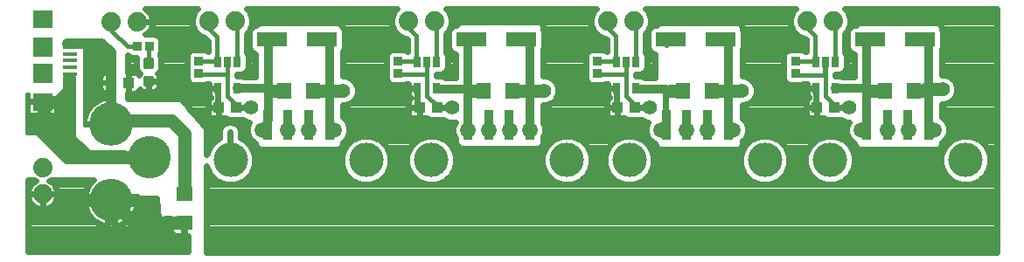
<source format=gtl>
G75*
G70*
%OFA0B0*%
%FSLAX24Y24*%
%IPPOS*%
%LPD*%
%AMOC8*
5,1,8,0,0,1.08239X$1,22.5*
%
%ADD10C,0.1310*%
%ADD11R,0.0354X0.1181*%
%ADD12C,0.1660*%
%ADD13C,0.1620*%
%ADD14R,0.0433X0.0394*%
%ADD15R,0.0630X0.0551*%
%ADD16R,0.0272X0.0390*%
%ADD17R,0.0551X0.0138*%
%ADD18R,0.0748X0.0709*%
%ADD19R,0.0748X0.0748*%
%ADD20R,0.0354X0.0335*%
%ADD21R,0.1181X0.0551*%
%ADD22R,0.0551X0.0630*%
%ADD23C,0.0740*%
%ADD24C,0.0118*%
%ADD25R,0.0335X0.0354*%
%ADD26C,0.0500*%
%ADD27C,0.0240*%
%ADD28C,0.0320*%
%ADD29C,0.0160*%
%ADD30C,0.0560*%
%ADD31C,0.0591*%
%ADD32C,0.0400*%
%ADD33C,0.0120*%
D10*
X008715Y004600D03*
X013885Y004600D03*
X016365Y004600D03*
X021535Y004600D03*
X023915Y004600D03*
X029085Y004600D03*
X031565Y004600D03*
X036735Y004600D03*
D11*
X035331Y005958D03*
X034544Y005958D03*
X033756Y005958D03*
X032969Y005958D03*
X027681Y005958D03*
X026894Y005958D03*
X026106Y005958D03*
X025319Y005958D03*
X020131Y005958D03*
X019344Y005958D03*
X018556Y005958D03*
X017769Y005958D03*
X012481Y005958D03*
X011694Y005958D03*
X010906Y005958D03*
X010119Y005958D03*
D12*
X004150Y005964D03*
D13*
X005631Y004713D03*
X004160Y003081D03*
D14*
X008265Y006600D03*
X008935Y006600D03*
X004835Y007550D03*
X004165Y007550D03*
X015915Y006600D03*
X016585Y006600D03*
X023465Y006600D03*
X024135Y006600D03*
X031065Y006600D03*
X031735Y006600D03*
D15*
X006950Y003301D03*
X006950Y002199D03*
D16*
X008226Y007338D03*
X008974Y007338D03*
X008974Y008358D03*
X008600Y008358D03*
X008226Y008358D03*
X015826Y008358D03*
X016200Y008358D03*
X016574Y008358D03*
X016574Y007338D03*
X015826Y007338D03*
X023426Y007338D03*
X024174Y007338D03*
X024174Y008358D03*
X023800Y008358D03*
X023426Y008358D03*
X031026Y008358D03*
X031400Y008358D03*
X031774Y008358D03*
X031774Y007338D03*
X031026Y007338D03*
D17*
X002593Y007888D03*
X002593Y008144D03*
X002593Y008400D03*
X002593Y008656D03*
X002593Y008912D03*
D18*
X001550Y009975D03*
X001550Y006825D03*
D19*
X001550Y007900D03*
X001550Y008900D03*
D20*
X007500Y008378D03*
X007500Y007922D03*
X015100Y007922D03*
X015100Y008378D03*
X022700Y008378D03*
X022700Y007922D03*
X030250Y007922D03*
X030250Y008378D03*
D21*
X027395Y009200D03*
X025505Y009200D03*
X019795Y009200D03*
X017905Y009200D03*
X012195Y009200D03*
X010305Y009200D03*
X033105Y009200D03*
X034995Y009200D03*
D22*
X034751Y007250D03*
X033649Y007250D03*
X027051Y007250D03*
X025949Y007250D03*
X019451Y007250D03*
X018349Y007250D03*
X011851Y007250D03*
X010749Y007250D03*
D23*
X008900Y009900D03*
X007900Y009900D03*
X005170Y009880D03*
X004170Y009880D03*
X015500Y009900D03*
X016500Y009900D03*
X023100Y009900D03*
X024100Y009900D03*
X030700Y009900D03*
X031700Y009900D03*
X001550Y004300D03*
X001550Y003300D03*
D24*
X005462Y007467D02*
X005738Y007467D01*
X005462Y007467D02*
X005462Y007743D01*
X005738Y007743D01*
X005738Y007467D01*
X005738Y007584D02*
X005462Y007584D01*
X005462Y007701D02*
X005738Y007701D01*
X005738Y008157D02*
X005462Y008157D01*
X005462Y008433D01*
X005738Y008433D01*
X005738Y008157D01*
X005738Y008274D02*
X005462Y008274D01*
X005462Y008391D02*
X005738Y008391D01*
D25*
X005628Y008950D03*
X005172Y008950D03*
D26*
X002550Y007700D02*
X002550Y007250D01*
X002125Y006825D01*
X001550Y006825D01*
X001600Y006775D02*
X001600Y005600D01*
X002487Y004713D01*
X005631Y004713D01*
X006950Y005600D02*
X006950Y003301D01*
X005043Y002199D02*
X004160Y003081D01*
X005043Y002199D02*
X006950Y002199D01*
X006950Y005600D02*
X006450Y006100D01*
X004286Y006100D01*
X004150Y005964D01*
X010350Y007250D02*
X010749Y007250D01*
X011851Y007250D02*
X012300Y007250D01*
X012500Y007250D02*
X013000Y007250D01*
X017950Y007250D02*
X018349Y007250D01*
X019451Y007250D02*
X019950Y007250D01*
X020100Y007250D02*
X020650Y007250D01*
X025500Y007250D02*
X025949Y007250D01*
X027051Y007250D02*
X027500Y007250D01*
X028200Y007250D01*
X033200Y007250D02*
X033649Y007250D01*
X034751Y007250D02*
X035150Y007250D01*
X035200Y007300D02*
X035850Y007300D01*
D27*
X000980Y003850D02*
X000980Y001100D01*
X007100Y001100D01*
X007100Y001723D01*
X006968Y001723D01*
X006968Y002181D01*
X006932Y002181D01*
X006435Y002181D01*
X006435Y001897D01*
X006449Y001846D01*
X006475Y001800D01*
X006512Y001763D01*
X006558Y001737D01*
X006609Y001723D01*
X006932Y001723D01*
X006932Y002181D01*
X006932Y002217D01*
X006435Y002217D01*
X006435Y002371D01*
X005950Y002350D01*
X005900Y003150D01*
X005200Y003150D01*
X005156Y003201D01*
X004280Y003201D01*
X004280Y002961D01*
X004280Y002079D01*
X004329Y002084D01*
X004440Y002109D01*
X004547Y002147D01*
X004649Y002196D01*
X004745Y002256D01*
X004834Y002327D01*
X004914Y002407D01*
X004985Y002496D01*
X005045Y002592D01*
X005095Y002694D01*
X005132Y002801D01*
X005157Y002912D01*
X005163Y002961D01*
X004280Y002961D01*
X004040Y002961D01*
X004040Y002079D01*
X003991Y002084D01*
X003880Y002109D01*
X003773Y002147D01*
X003671Y002196D01*
X003575Y002256D01*
X003486Y002327D01*
X003406Y002407D01*
X003335Y002496D01*
X003275Y002592D01*
X003225Y002694D01*
X003188Y002801D01*
X003163Y002912D01*
X003157Y002961D01*
X004040Y002961D01*
X004040Y003201D01*
X003157Y003201D01*
X003163Y003251D01*
X003188Y003362D01*
X003225Y003469D01*
X003275Y003571D01*
X003335Y003667D01*
X003406Y003756D01*
X003486Y003836D01*
X003504Y003850D01*
X001878Y003850D01*
X001862Y003834D01*
X001804Y003810D01*
X001849Y003788D01*
X001921Y003735D01*
X001985Y003671D01*
X002038Y003599D01*
X002078Y003519D01*
X002106Y003433D01*
X002120Y003345D01*
X002120Y003300D01*
X001550Y003300D01*
X001550Y003300D01*
X001550Y003300D01*
X000980Y003300D01*
X000980Y003345D01*
X000994Y003433D01*
X001022Y003519D01*
X001062Y003599D01*
X001115Y003671D01*
X001179Y003735D01*
X001251Y003788D01*
X001296Y003810D01*
X001238Y003834D01*
X001222Y003850D01*
X000980Y003850D01*
X000980Y003662D02*
X001108Y003662D01*
X000992Y003424D02*
X000980Y003424D01*
X000980Y003300D02*
X000980Y003255D01*
X000994Y003167D01*
X001022Y003081D01*
X001062Y003001D01*
X001115Y002929D01*
X001179Y002865D01*
X001251Y002812D01*
X001331Y002772D01*
X001417Y002744D01*
X001505Y002730D01*
X001550Y002730D01*
X001595Y002730D01*
X001683Y002744D01*
X001769Y002772D01*
X001849Y002812D01*
X001921Y002865D01*
X001985Y002929D01*
X002038Y003001D01*
X002078Y003081D01*
X002106Y003167D01*
X002120Y003255D01*
X002120Y003300D01*
X001550Y003300D01*
X001550Y002730D01*
X001550Y003300D01*
X001550Y003300D01*
X000980Y003300D01*
X000980Y003185D02*
X000991Y003185D01*
X000980Y002947D02*
X001102Y002947D01*
X000980Y002708D02*
X003221Y002708D01*
X003159Y002947D02*
X001998Y002947D01*
X001550Y002947D02*
X001550Y002947D01*
X001550Y003185D02*
X001550Y003185D01*
X002109Y003185D02*
X004040Y003185D01*
X004280Y003185D02*
X005170Y003185D01*
X005161Y002947D02*
X005913Y002947D01*
X005928Y002708D02*
X005099Y002708D01*
X004280Y002708D02*
X004040Y002708D01*
X004040Y002947D02*
X004280Y002947D01*
X003210Y003424D02*
X002108Y003424D01*
X001992Y003662D02*
X003332Y003662D01*
X003356Y002470D02*
X000980Y002470D01*
X000980Y002231D02*
X003615Y002231D01*
X004040Y002231D02*
X004280Y002231D01*
X004705Y002231D02*
X006435Y002231D01*
X006435Y001993D02*
X000980Y001993D01*
X000980Y001754D02*
X006528Y001754D01*
X006932Y001754D02*
X006968Y001754D01*
X006968Y001993D02*
X006932Y001993D01*
X007800Y001993D02*
X037932Y001993D01*
X037932Y002231D02*
X007800Y002231D01*
X007800Y002470D02*
X037932Y002470D01*
X037932Y002708D02*
X007800Y002708D01*
X007800Y002947D02*
X037932Y002947D01*
X037932Y003185D02*
X007800Y003185D01*
X007800Y003424D02*
X037932Y003424D01*
X037932Y003662D02*
X007800Y003662D01*
X008191Y003816D02*
X008531Y003675D01*
X008899Y003675D01*
X009239Y003816D01*
X009499Y004076D01*
X009640Y004416D01*
X009640Y004784D01*
X009499Y005124D01*
X009239Y005384D01*
X009090Y005446D01*
X009090Y005741D01*
X009031Y005884D01*
X008921Y005994D01*
X008778Y006053D01*
X008622Y006053D01*
X008479Y005994D01*
X008369Y005884D01*
X008310Y005741D01*
X008310Y005433D01*
X008191Y005384D01*
X007931Y005124D01*
X007800Y004808D01*
X007800Y005800D01*
X006850Y006900D01*
X006850Y006950D01*
X004800Y006950D01*
X004798Y007153D01*
X004835Y007153D01*
X005078Y007153D01*
X005128Y007167D01*
X005174Y007193D01*
X005211Y007230D01*
X005238Y007276D01*
X005249Y007319D01*
X005261Y007302D01*
X005297Y007266D01*
X005339Y007237D01*
X005387Y007218D01*
X005437Y007208D01*
X005600Y007208D01*
X005763Y007208D01*
X005813Y007218D01*
X005861Y007237D01*
X005903Y007266D01*
X005939Y007302D01*
X005967Y007344D01*
X005987Y007391D01*
X005997Y007441D01*
X005997Y007605D01*
X005997Y007768D01*
X005987Y007818D01*
X005967Y007865D01*
X005945Y007899D01*
X006017Y007971D01*
X006067Y008092D01*
X006067Y008499D01*
X006019Y008614D01*
X006025Y008620D01*
X006066Y008719D01*
X006066Y009181D01*
X006025Y009280D01*
X005949Y009356D01*
X005849Y009397D01*
X005475Y009397D01*
X005541Y009445D01*
X005605Y009509D01*
X005658Y009581D01*
X005698Y009661D01*
X005726Y009747D01*
X005740Y009835D01*
X005740Y009880D01*
X005740Y009925D01*
X005726Y010013D01*
X005698Y010099D01*
X005658Y010179D01*
X005605Y010251D01*
X005541Y010315D01*
X005469Y010368D01*
X005459Y010373D01*
X007467Y010373D01*
X007357Y010263D01*
X007260Y010027D01*
X007260Y009773D01*
X007357Y009537D01*
X007537Y009357D01*
X007725Y009280D01*
X007850Y009155D01*
X007850Y008755D01*
X007830Y008775D01*
X007731Y008816D01*
X007269Y008816D01*
X007170Y008775D01*
X007094Y008699D01*
X007053Y008599D01*
X007053Y008157D01*
X007056Y008150D01*
X007053Y008143D01*
X007053Y007701D01*
X007094Y007601D01*
X007170Y007525D01*
X007269Y007484D01*
X007731Y007484D01*
X007821Y007522D01*
X007890Y007522D01*
X007890Y007338D01*
X007890Y007117D01*
X007904Y007066D01*
X007930Y007021D01*
X007967Y006983D01*
X007970Y006982D01*
X007926Y006957D01*
X007889Y006920D01*
X007862Y006874D01*
X007849Y006823D01*
X007849Y006600D01*
X007849Y006377D01*
X007862Y006326D01*
X007889Y006280D01*
X007926Y006243D01*
X007972Y006217D01*
X008022Y006203D01*
X008265Y006203D01*
X008265Y006600D01*
X007849Y006600D01*
X008265Y006600D01*
X008265Y006600D01*
X008265Y006600D01*
X008226Y006700D01*
X008226Y007338D01*
X007890Y007338D01*
X008226Y007338D01*
X008226Y007338D01*
X007890Y007240D02*
X005864Y007240D01*
X005600Y007240D02*
X005600Y007240D01*
X005600Y007208D02*
X005600Y007605D01*
X005997Y007605D01*
X005600Y007605D01*
X005600Y007605D01*
X005600Y007605D01*
X005600Y007208D01*
X005336Y007240D02*
X005217Y007240D01*
X004835Y007240D02*
X004835Y007240D01*
X004835Y007153D02*
X004835Y007550D01*
X004835Y007550D01*
X004835Y007947D01*
X005078Y007947D01*
X005128Y007933D01*
X005174Y007907D01*
X005211Y007870D01*
X005225Y007846D01*
X005233Y007865D01*
X005255Y007899D01*
X005183Y007971D01*
X005133Y008092D01*
X005133Y008499D01*
X005135Y008503D01*
X004951Y008503D01*
X004851Y008544D01*
X004796Y008599D01*
X004786Y008599D01*
X004792Y007947D01*
X004835Y007947D01*
X004835Y007550D01*
X004835Y007550D01*
X004835Y007153D01*
X004800Y007001D02*
X007950Y007001D01*
X007849Y006763D02*
X006969Y006763D01*
X007175Y006524D02*
X007849Y006524D01*
X008265Y006524D02*
X008265Y006524D01*
X008265Y006600D02*
X008265Y006203D01*
X008508Y006203D01*
X008530Y006209D01*
X008565Y006174D01*
X008664Y006133D01*
X009190Y006133D01*
X009391Y006050D01*
X009431Y006050D01*
X009358Y005872D01*
X009358Y005648D01*
X009444Y005440D01*
X009603Y005281D01*
X009660Y005257D01*
X009660Y005202D01*
X009697Y005114D01*
X009764Y005047D01*
X009852Y005010D01*
X012798Y005010D01*
X012886Y005047D01*
X012953Y005114D01*
X012990Y005202D01*
X012990Y005278D01*
X012997Y005281D01*
X013156Y005440D01*
X013242Y005648D01*
X013242Y005872D01*
X013156Y006080D01*
X012997Y006239D01*
X012990Y006242D01*
X012990Y006700D01*
X013109Y006700D01*
X013312Y006784D01*
X013466Y006938D01*
X013550Y007141D01*
X013550Y007359D01*
X013466Y007562D01*
X013312Y007716D01*
X013109Y007800D01*
X012990Y007800D01*
X012990Y008747D01*
X013014Y008771D01*
X013055Y008871D01*
X013055Y009529D01*
X013014Y009629D01*
X012986Y009656D01*
X012953Y009736D01*
X012886Y009803D01*
X012798Y009840D01*
X009852Y009840D01*
X009764Y009803D01*
X009706Y009746D01*
X009661Y009746D01*
X009562Y009704D01*
X009486Y009629D01*
X009445Y009529D01*
X009445Y008871D01*
X009486Y008771D01*
X009562Y008696D01*
X009660Y008655D01*
X009660Y007768D01*
X009248Y007768D01*
X009164Y007803D01*
X008950Y007803D01*
X008950Y007893D01*
X009164Y007893D01*
X009263Y007934D01*
X009339Y008010D01*
X009380Y008109D01*
X009380Y008606D01*
X009339Y008706D01*
X009324Y008720D01*
X009324Y009419D01*
X009443Y009537D01*
X009540Y009773D01*
X009540Y010027D01*
X009443Y010263D01*
X009333Y010373D01*
X015067Y010373D01*
X014957Y010263D01*
X014860Y010027D01*
X014860Y009773D01*
X014957Y009537D01*
X015137Y009357D01*
X015373Y009260D01*
X015395Y009260D01*
X015450Y009205D01*
X015450Y008755D01*
X015430Y008775D01*
X015331Y008816D01*
X014869Y008816D01*
X014770Y008775D01*
X014694Y008699D01*
X014653Y008599D01*
X014653Y008157D01*
X014656Y008150D01*
X014653Y008143D01*
X014653Y007701D01*
X014694Y007601D01*
X014770Y007525D01*
X014869Y007484D01*
X015331Y007484D01*
X015421Y007522D01*
X015490Y007522D01*
X015490Y007338D01*
X015490Y007117D01*
X015504Y007066D01*
X015530Y007021D01*
X015567Y006983D01*
X015595Y006968D01*
X015576Y006957D01*
X015539Y006920D01*
X015512Y006874D01*
X015499Y006823D01*
X015499Y006600D01*
X015499Y006377D01*
X015512Y006326D01*
X015539Y006280D01*
X015576Y006243D01*
X015622Y006217D01*
X015672Y006203D01*
X015915Y006203D01*
X015915Y006600D01*
X015499Y006600D01*
X015915Y006600D01*
X015915Y006600D01*
X015915Y006600D01*
X015826Y006689D01*
X015826Y007338D01*
X015490Y007338D01*
X015826Y007338D01*
X015826Y007338D01*
X015490Y007240D02*
X013550Y007240D01*
X013501Y007478D02*
X015490Y007478D01*
X014653Y007717D02*
X013311Y007717D01*
X012990Y007955D02*
X014653Y007955D01*
X014653Y008194D02*
X012990Y008194D01*
X012990Y008432D02*
X014653Y008432D01*
X014682Y008671D02*
X012990Y008671D01*
X013055Y008909D02*
X015450Y008909D01*
X015450Y009148D02*
X013055Y009148D01*
X012481Y009200D02*
X012195Y009200D01*
X013055Y009386D02*
X015109Y009386D01*
X014921Y009625D02*
X013016Y009625D01*
X014860Y009863D02*
X009540Y009863D01*
X009509Y010102D02*
X014891Y010102D01*
X015035Y010340D02*
X009365Y010340D01*
X007435Y010340D02*
X005507Y010340D01*
X005697Y010102D02*
X007291Y010102D01*
X007260Y009863D02*
X005740Y009863D01*
X005740Y009880D02*
X005170Y009880D01*
X005740Y009880D01*
X005170Y009880D02*
X005170Y009880D01*
X005680Y009625D02*
X007321Y009625D01*
X007509Y009386D02*
X005876Y009386D01*
X006066Y009148D02*
X007850Y009148D01*
X007850Y008909D02*
X006066Y008909D01*
X006046Y008671D02*
X007082Y008671D01*
X007053Y008432D02*
X006067Y008432D01*
X006067Y008194D02*
X007053Y008194D01*
X007053Y007955D02*
X006001Y007955D01*
X005997Y007717D02*
X007053Y007717D01*
X007890Y007478D02*
X005997Y007478D01*
X005600Y007478D02*
X005600Y007478D01*
X004835Y007478D02*
X004835Y007478D01*
X004835Y007717D02*
X004835Y007717D01*
X004792Y007955D02*
X005199Y007955D01*
X005133Y008194D02*
X004790Y008194D01*
X004788Y008432D02*
X005133Y008432D01*
X009284Y007955D02*
X009660Y007955D01*
X009660Y008194D02*
X009380Y008194D01*
X009380Y008432D02*
X009660Y008432D01*
X009622Y008671D02*
X009353Y008671D01*
X009324Y008909D02*
X009445Y008909D01*
X009445Y009148D02*
X009324Y009148D01*
X010150Y009200D02*
X010305Y009200D01*
X009445Y009386D02*
X009324Y009386D01*
X009479Y009625D02*
X009484Y009625D01*
X016550Y007889D02*
X016550Y007803D01*
X016764Y007803D01*
X016863Y007762D01*
X016895Y007730D01*
X017310Y007730D01*
X017310Y008654D01*
X017261Y008654D01*
X017162Y008696D01*
X017086Y008771D01*
X017045Y008871D01*
X017045Y009529D01*
X017086Y009629D01*
X017162Y009704D01*
X017261Y009746D01*
X017330Y009746D01*
X017347Y009786D01*
X017414Y009853D01*
X017502Y009890D01*
X020448Y009890D01*
X020536Y009853D01*
X020603Y009786D01*
X020640Y009698D01*
X020640Y009567D01*
X020655Y009529D01*
X020655Y008871D01*
X020640Y008833D01*
X020640Y007800D01*
X020759Y007800D01*
X020962Y007716D01*
X021116Y007562D01*
X021200Y007359D01*
X021200Y007141D01*
X021116Y006938D01*
X020962Y006784D01*
X020759Y006700D01*
X020640Y006700D01*
X020640Y006006D01*
X020695Y005872D01*
X020695Y005648D01*
X020640Y005514D01*
X020640Y005252D01*
X020603Y005164D01*
X020536Y005097D01*
X020448Y005060D01*
X017502Y005060D01*
X017414Y005097D01*
X017347Y005164D01*
X017310Y005252D01*
X017310Y005421D01*
X017291Y005440D01*
X017205Y005648D01*
X017205Y005872D01*
X017282Y006059D01*
X017259Y006050D01*
X017041Y006050D01*
X016840Y006133D01*
X016314Y006133D01*
X016215Y006174D01*
X016180Y006209D01*
X016158Y006203D01*
X015915Y006203D01*
X015915Y006600D01*
X015915Y006524D02*
X015915Y006524D01*
X015499Y006524D02*
X012990Y006524D01*
X012990Y006286D02*
X015536Y006286D01*
X015915Y006286D02*
X015915Y006286D01*
X016585Y006600D02*
X016585Y006665D01*
X016650Y006600D01*
X017150Y006600D01*
X015550Y007001D02*
X013492Y007001D01*
X013260Y006763D02*
X015499Y006763D01*
X016574Y007338D02*
X016612Y007300D01*
X017769Y007300D02*
X017819Y007250D01*
X017950Y007250D01*
X017310Y007955D02*
X016884Y007955D01*
X016863Y007934D02*
X016939Y008010D01*
X016980Y008109D01*
X016980Y008606D01*
X016939Y008706D01*
X016924Y008720D01*
X016924Y009419D01*
X017043Y009537D01*
X017140Y009773D01*
X017140Y010027D01*
X017043Y010263D01*
X016933Y010373D01*
X022667Y010373D01*
X022557Y010263D01*
X022460Y010027D01*
X022460Y009773D01*
X022557Y009537D01*
X022737Y009357D01*
X022973Y009260D01*
X022995Y009260D01*
X023050Y009205D01*
X023050Y008755D01*
X023030Y008775D01*
X022931Y008816D01*
X022469Y008816D01*
X022370Y008775D01*
X022294Y008699D01*
X022253Y008599D01*
X022253Y008157D01*
X022256Y008150D01*
X022253Y008143D01*
X022253Y007701D01*
X022294Y007601D01*
X022370Y007525D01*
X022469Y007484D01*
X022931Y007484D01*
X023021Y007522D01*
X023090Y007522D01*
X023090Y007338D01*
X023090Y007117D01*
X023104Y007066D01*
X023130Y007021D01*
X023167Y006983D01*
X023170Y006982D01*
X023126Y006957D01*
X023089Y006920D01*
X023062Y006874D01*
X023049Y006823D01*
X023049Y006600D01*
X023049Y006377D01*
X023062Y006326D01*
X023089Y006280D01*
X023126Y006243D01*
X023172Y006217D01*
X023222Y006203D01*
X023465Y006203D01*
X023465Y006600D01*
X023049Y006600D01*
X023465Y006600D01*
X023465Y006600D01*
X023465Y006600D01*
X023426Y006639D01*
X023426Y007338D01*
X023090Y007338D01*
X023426Y007338D01*
X023426Y007338D01*
X023090Y007240D02*
X021200Y007240D01*
X021151Y007478D02*
X023090Y007478D01*
X022253Y007717D02*
X020961Y007717D01*
X020640Y007955D02*
X022253Y007955D01*
X022253Y008194D02*
X020640Y008194D01*
X020640Y008432D02*
X022253Y008432D01*
X022282Y008671D02*
X020640Y008671D01*
X020655Y008909D02*
X023050Y008909D01*
X023050Y009148D02*
X020655Y009148D01*
X020131Y009169D02*
X020100Y009200D01*
X020655Y009386D02*
X022709Y009386D01*
X022521Y009625D02*
X020640Y009625D01*
X020513Y009863D02*
X022460Y009863D01*
X022491Y010102D02*
X017109Y010102D01*
X017140Y009863D02*
X017437Y009863D01*
X017084Y009625D02*
X017079Y009625D01*
X017045Y009386D02*
X016924Y009386D01*
X017769Y009064D02*
X017905Y009200D01*
X017045Y009148D02*
X016924Y009148D01*
X016924Y008909D02*
X017045Y008909D01*
X016953Y008671D02*
X017222Y008671D01*
X017310Y008432D02*
X016980Y008432D01*
X016980Y008194D02*
X017310Y008194D01*
X016863Y007934D02*
X016764Y007893D01*
X016552Y007893D01*
X016550Y007889D01*
X019950Y007250D02*
X020100Y007250D01*
X020100Y006039D01*
X020131Y005958D01*
X020640Y006047D02*
X024627Y006047D01*
X024628Y006050D02*
X024555Y005872D01*
X024555Y005648D01*
X024641Y005440D01*
X024800Y005281D01*
X024903Y005238D01*
X024910Y005222D01*
X024910Y005202D01*
X024947Y005114D01*
X025014Y005047D01*
X025102Y005010D01*
X028048Y005010D01*
X028136Y005047D01*
X028203Y005114D01*
X028240Y005202D01*
X028240Y005327D01*
X028353Y005440D01*
X028439Y005648D01*
X028439Y005872D01*
X028353Y006080D01*
X028240Y006193D01*
X028240Y006700D01*
X028309Y006700D01*
X028512Y006784D01*
X028666Y006938D01*
X028750Y007141D01*
X028750Y007359D01*
X028666Y007562D01*
X028512Y007716D01*
X028309Y007800D01*
X028240Y007800D01*
X028240Y008833D01*
X028255Y008871D01*
X028255Y009529D01*
X028240Y009567D01*
X028240Y009648D01*
X028203Y009736D01*
X028136Y009803D01*
X028048Y009840D01*
X025102Y009840D01*
X025014Y009803D01*
X024956Y009746D01*
X024861Y009746D01*
X024762Y009704D01*
X024686Y009629D01*
X024645Y009529D01*
X024645Y008871D01*
X024686Y008771D01*
X024762Y008696D01*
X024861Y008654D01*
X024910Y008654D01*
X024910Y007730D01*
X024495Y007730D01*
X024463Y007762D01*
X024364Y007803D01*
X024150Y007803D01*
X024150Y007893D01*
X024364Y007893D01*
X024463Y007934D01*
X024539Y008010D01*
X024580Y008109D01*
X024580Y008606D01*
X024539Y008706D01*
X024524Y008720D01*
X024524Y009419D01*
X024643Y009537D01*
X024740Y009773D01*
X024740Y010027D01*
X024643Y010263D01*
X024533Y010373D01*
X030267Y010373D01*
X030157Y010263D01*
X030060Y010027D01*
X030060Y009773D01*
X030157Y009537D01*
X030337Y009357D01*
X030573Y009260D01*
X030595Y009260D01*
X030650Y009205D01*
X030650Y008734D01*
X030621Y008734D01*
X030580Y008775D01*
X030481Y008816D01*
X030019Y008816D01*
X029920Y008775D01*
X029844Y008699D01*
X029803Y008599D01*
X029803Y008157D01*
X029806Y008150D01*
X029803Y008143D01*
X029803Y007701D01*
X029844Y007601D01*
X029920Y007525D01*
X030019Y007484D01*
X030481Y007484D01*
X030519Y007500D01*
X030690Y007500D01*
X030690Y007338D01*
X030690Y007117D01*
X030704Y007066D01*
X030730Y007021D01*
X030767Y006983D01*
X030770Y006982D01*
X030726Y006957D01*
X030689Y006920D01*
X030662Y006874D01*
X030649Y006823D01*
X030649Y006600D01*
X030649Y006377D01*
X030662Y006326D01*
X030689Y006280D01*
X030726Y006243D01*
X030772Y006217D01*
X030822Y006203D01*
X031065Y006203D01*
X031065Y006600D01*
X030649Y006600D01*
X031065Y006600D01*
X031065Y006600D01*
X031065Y006600D01*
X031026Y006639D01*
X031026Y007338D01*
X030690Y007338D01*
X031026Y007338D01*
X031026Y007338D01*
X030690Y007240D02*
X028750Y007240D01*
X028701Y007478D02*
X030690Y007478D01*
X029803Y007717D02*
X028511Y007717D01*
X028240Y007955D02*
X029803Y007955D01*
X029803Y008194D02*
X028240Y008194D01*
X028240Y008432D02*
X029803Y008432D01*
X029832Y008671D02*
X028240Y008671D01*
X028255Y008909D02*
X030650Y008909D01*
X030650Y009148D02*
X028255Y009148D01*
X027681Y009119D02*
X027600Y009200D01*
X028255Y009386D02*
X030309Y009386D01*
X030121Y009625D02*
X028240Y009625D01*
X030060Y009863D02*
X024740Y009863D01*
X024709Y010102D02*
X030091Y010102D01*
X030235Y010340D02*
X024565Y010340D01*
X022635Y010340D02*
X016965Y010340D01*
X024524Y009386D02*
X024645Y009386D01*
X024679Y009625D02*
X024684Y009625D01*
X025319Y009014D02*
X025505Y009200D01*
X024645Y009148D02*
X024524Y009148D01*
X024524Y008909D02*
X024645Y008909D01*
X024553Y008671D02*
X024822Y008671D01*
X024910Y008432D02*
X024580Y008432D01*
X024580Y008194D02*
X024910Y008194D01*
X024910Y007955D02*
X024484Y007955D01*
X024174Y007338D02*
X024262Y007300D01*
X025300Y007300D02*
X025300Y006027D01*
X025319Y005958D01*
X024628Y006050D02*
X024591Y006050D01*
X024390Y006133D01*
X023864Y006133D01*
X023765Y006174D01*
X023730Y006209D01*
X023708Y006203D01*
X023465Y006203D01*
X023465Y006600D01*
X023465Y006524D02*
X023465Y006524D01*
X023049Y006524D02*
X020640Y006524D01*
X020640Y006286D02*
X023086Y006286D01*
X023465Y006286D02*
X023465Y006286D01*
X024135Y006600D02*
X024135Y006715D01*
X024200Y006600D01*
X024700Y006600D01*
X023150Y007001D02*
X021142Y007001D01*
X020910Y006763D02*
X023049Y006763D01*
X025300Y007300D02*
X025949Y007250D01*
X028240Y006524D02*
X030649Y006524D01*
X030649Y006763D02*
X028460Y006763D01*
X028692Y007001D02*
X030750Y007001D01*
X031735Y006715D02*
X031850Y006600D01*
X032300Y006600D01*
X031735Y006600D02*
X031735Y006715D01*
X031065Y006600D02*
X031065Y006203D01*
X031308Y006203D01*
X031330Y006209D01*
X031365Y006174D01*
X031464Y006133D01*
X031990Y006133D01*
X032191Y006050D01*
X032282Y006050D01*
X032208Y005872D01*
X032208Y005648D01*
X032294Y005440D01*
X032453Y005281D01*
X032510Y005257D01*
X032510Y005202D01*
X032547Y005114D01*
X032614Y005047D01*
X032702Y005010D01*
X035648Y005010D01*
X035736Y005047D01*
X035803Y005114D01*
X035840Y005202D01*
X035840Y005278D01*
X035847Y005281D01*
X036006Y005440D01*
X036093Y005648D01*
X036093Y005872D01*
X036006Y006080D01*
X035847Y006239D01*
X035840Y006242D01*
X035840Y006750D01*
X035959Y006750D01*
X036162Y006834D01*
X036316Y006988D01*
X036400Y007191D01*
X036400Y007409D01*
X036316Y007612D01*
X036162Y007766D01*
X035959Y007850D01*
X035840Y007850D01*
X035840Y008833D01*
X035855Y008871D01*
X035855Y009529D01*
X035840Y009567D01*
X035840Y009648D01*
X035803Y009736D01*
X035736Y009803D01*
X035648Y009840D01*
X032702Y009840D01*
X032614Y009803D01*
X032556Y009746D01*
X032461Y009746D01*
X032362Y009704D01*
X032286Y009629D01*
X032245Y009529D01*
X032245Y008871D01*
X032286Y008771D01*
X032362Y008696D01*
X032461Y008654D01*
X032510Y008654D01*
X032510Y007780D01*
X032019Y007780D01*
X031964Y007803D01*
X031750Y007803D01*
X031750Y007893D01*
X031964Y007893D01*
X032063Y007934D01*
X032139Y008010D01*
X032180Y008109D01*
X032180Y008606D01*
X032139Y008706D01*
X032124Y008720D01*
X032124Y009419D01*
X032243Y009537D01*
X032340Y009773D01*
X032340Y010027D01*
X032243Y010263D01*
X032133Y010373D01*
X037932Y010373D01*
X037932Y001070D01*
X007800Y001070D01*
X007800Y004392D01*
X007931Y004076D01*
X008191Y003816D01*
X008106Y003901D02*
X007800Y003901D01*
X007800Y004139D02*
X007905Y004139D01*
X007806Y004378D02*
X007800Y004378D01*
X008700Y004600D02*
X008700Y005663D01*
X008338Y005809D02*
X007793Y005809D01*
X007800Y005570D02*
X008310Y005570D01*
X008138Y005332D02*
X007800Y005332D01*
X007800Y005093D02*
X007918Y005093D01*
X007819Y004855D02*
X007800Y004855D01*
X009292Y005332D02*
X009552Y005332D01*
X009512Y005093D02*
X009718Y005093D01*
X009611Y004855D02*
X012989Y004855D01*
X012960Y004784D02*
X012960Y004416D01*
X013101Y004076D01*
X013361Y003816D01*
X013701Y003675D01*
X014069Y003675D01*
X014409Y003816D01*
X014669Y004076D01*
X014810Y004416D01*
X014810Y004784D01*
X014669Y005124D01*
X014409Y005384D01*
X014069Y005525D01*
X013701Y005525D01*
X013361Y005384D01*
X013101Y005124D01*
X012960Y004784D01*
X012960Y004616D02*
X009640Y004616D01*
X009624Y004378D02*
X012976Y004378D01*
X013075Y004139D02*
X009525Y004139D01*
X009324Y003901D02*
X013276Y003901D01*
X014494Y003901D02*
X015756Y003901D01*
X015841Y003816D02*
X015581Y004076D01*
X015440Y004416D01*
X015440Y004784D01*
X015581Y005124D01*
X015841Y005384D01*
X016181Y005525D01*
X016549Y005525D01*
X016889Y005384D01*
X017149Y005124D01*
X017290Y004784D01*
X017290Y004416D01*
X017149Y004076D01*
X016889Y003816D01*
X016549Y003675D01*
X016181Y003675D01*
X015841Y003816D01*
X015555Y004139D02*
X014695Y004139D01*
X014794Y004378D02*
X015456Y004378D01*
X015440Y004616D02*
X014810Y004616D01*
X014781Y004855D02*
X015469Y004855D01*
X015568Y005093D02*
X014682Y005093D01*
X014462Y005332D02*
X015788Y005332D01*
X016942Y005332D02*
X017310Y005332D01*
X017237Y005570D02*
X013210Y005570D01*
X013242Y005809D02*
X017205Y005809D01*
X017277Y006047D02*
X013170Y006047D01*
X012500Y005977D02*
X012500Y007250D01*
X012300Y007250D01*
X010350Y007250D02*
X010238Y007250D01*
X010150Y007338D01*
X008935Y006715D02*
X008935Y006600D01*
X009500Y006600D01*
X008265Y006286D02*
X008265Y006286D01*
X007886Y006286D02*
X007381Y006286D01*
X007587Y006047D02*
X008608Y006047D01*
X008792Y006047D02*
X009430Y006047D01*
X010119Y005958D02*
X010150Y006158D01*
X009358Y005809D02*
X009062Y005809D01*
X009090Y005570D02*
X009390Y005570D01*
X012481Y005958D02*
X012500Y005977D01*
X013048Y005332D02*
X013308Y005332D01*
X013088Y005093D02*
X012932Y005093D01*
X016974Y003901D02*
X020926Y003901D01*
X021011Y003816D02*
X021351Y003675D01*
X021719Y003675D01*
X022059Y003816D01*
X022319Y004076D01*
X022460Y004416D01*
X022460Y004784D01*
X022319Y005124D01*
X022059Y005384D01*
X021719Y005525D01*
X021351Y005525D01*
X021011Y005384D01*
X020751Y005124D01*
X020610Y004784D01*
X020610Y004416D01*
X020751Y004076D01*
X021011Y003816D01*
X020725Y004139D02*
X017175Y004139D01*
X017274Y004378D02*
X020626Y004378D01*
X020610Y004616D02*
X017290Y004616D01*
X017261Y004855D02*
X020639Y004855D01*
X020738Y005093D02*
X020527Y005093D01*
X020640Y005332D02*
X020958Y005332D01*
X020663Y005570D02*
X024587Y005570D01*
X024439Y005384D02*
X024099Y005525D01*
X023731Y005525D01*
X023391Y005384D01*
X023131Y005124D01*
X022990Y004784D01*
X022990Y004416D01*
X023131Y004076D01*
X023391Y003816D01*
X023731Y003675D01*
X024099Y003675D01*
X024439Y003816D01*
X024699Y004076D01*
X024840Y004416D01*
X024840Y004784D01*
X024699Y005124D01*
X024439Y005384D01*
X024492Y005332D02*
X024749Y005332D01*
X024712Y005093D02*
X024968Y005093D01*
X024811Y004855D02*
X028189Y004855D01*
X028160Y004784D02*
X028160Y004416D01*
X028301Y004076D01*
X028561Y003816D01*
X028901Y003675D01*
X029269Y003675D01*
X029609Y003816D01*
X029869Y004076D01*
X030010Y004416D01*
X030010Y004784D01*
X029869Y005124D01*
X029609Y005384D01*
X029269Y005525D01*
X028901Y005525D01*
X028561Y005384D01*
X028301Y005124D01*
X028160Y004784D01*
X028160Y004616D02*
X024840Y004616D01*
X024824Y004378D02*
X028176Y004378D01*
X028275Y004139D02*
X024725Y004139D01*
X024524Y003901D02*
X028476Y003901D01*
X029694Y003901D02*
X030956Y003901D01*
X031041Y003816D02*
X031381Y003675D01*
X031749Y003675D01*
X032089Y003816D01*
X032349Y004076D01*
X032490Y004416D01*
X032490Y004784D01*
X032349Y005124D01*
X032089Y005384D01*
X031749Y005525D01*
X031381Y005525D01*
X031041Y005384D01*
X030781Y005124D01*
X030640Y004784D01*
X030640Y004416D01*
X030781Y004076D01*
X031041Y003816D01*
X030755Y004139D02*
X029895Y004139D01*
X029994Y004378D02*
X030656Y004378D01*
X030640Y004616D02*
X030010Y004616D01*
X029981Y004855D02*
X030669Y004855D01*
X030768Y005093D02*
X029882Y005093D01*
X029662Y005332D02*
X030988Y005332D01*
X032142Y005332D02*
X032403Y005332D01*
X032362Y005093D02*
X032568Y005093D01*
X032461Y004855D02*
X035839Y004855D01*
X035810Y004784D02*
X035810Y004416D01*
X035951Y004076D01*
X036211Y003816D01*
X036551Y003675D01*
X036919Y003675D01*
X037259Y003816D01*
X037519Y004076D01*
X037660Y004416D01*
X037660Y004784D01*
X037519Y005124D01*
X037259Y005384D01*
X036919Y005525D01*
X036551Y005525D01*
X036211Y005384D01*
X035951Y005124D01*
X035810Y004784D01*
X035810Y004616D02*
X032490Y004616D01*
X032474Y004378D02*
X035826Y004378D01*
X035925Y004139D02*
X032375Y004139D01*
X032174Y003901D02*
X036126Y003901D01*
X037344Y003901D02*
X037932Y003901D01*
X037932Y004139D02*
X037545Y004139D01*
X037644Y004378D02*
X037932Y004378D01*
X037932Y004616D02*
X037660Y004616D01*
X037631Y004855D02*
X037932Y004855D01*
X037932Y005093D02*
X037532Y005093D01*
X037312Y005332D02*
X037932Y005332D01*
X037932Y005570D02*
X036060Y005570D01*
X036093Y005809D02*
X037932Y005809D01*
X037932Y006047D02*
X036020Y006047D01*
X035350Y006027D02*
X035330Y006360D01*
X035840Y006286D02*
X037932Y006286D01*
X037932Y006524D02*
X035840Y006524D01*
X035990Y006763D02*
X037932Y006763D01*
X037932Y007001D02*
X036321Y007001D01*
X036400Y007240D02*
X037932Y007240D01*
X037932Y007478D02*
X036372Y007478D01*
X036211Y007717D02*
X037932Y007717D01*
X037932Y007955D02*
X035840Y007955D01*
X035840Y008194D02*
X037932Y008194D01*
X037932Y008432D02*
X035840Y008432D01*
X035840Y008671D02*
X037932Y008671D01*
X037932Y008909D02*
X035855Y008909D01*
X035855Y009148D02*
X037932Y009148D01*
X037932Y009386D02*
X035855Y009386D01*
X035840Y009625D02*
X037932Y009625D01*
X037932Y009863D02*
X032340Y009863D01*
X032309Y010102D02*
X037932Y010102D01*
X037932Y010340D02*
X032165Y010340D01*
X032279Y009625D02*
X032284Y009625D01*
X032245Y009386D02*
X032124Y009386D01*
X032124Y009148D02*
X032245Y009148D01*
X032969Y009064D02*
X033105Y009200D01*
X032245Y008909D02*
X032124Y008909D01*
X032153Y008671D02*
X032422Y008671D01*
X032510Y008432D02*
X032180Y008432D01*
X032180Y008194D02*
X032510Y008194D01*
X032510Y007955D02*
X032084Y007955D01*
X032969Y007019D02*
X033200Y007250D01*
X035150Y007250D02*
X035200Y007300D01*
X031065Y006524D02*
X031065Y006524D01*
X031065Y006286D02*
X031065Y006286D01*
X030686Y006286D02*
X028240Y006286D01*
X028367Y006047D02*
X032281Y006047D01*
X032208Y005809D02*
X028439Y005809D01*
X028407Y005570D02*
X032240Y005570D01*
X035331Y005958D02*
X035350Y006027D01*
X035898Y005332D02*
X036158Y005332D01*
X035938Y005093D02*
X035782Y005093D01*
X028508Y005332D02*
X028245Y005332D01*
X028288Y005093D02*
X028182Y005093D01*
X027681Y005958D02*
X027700Y006027D01*
X024555Y005809D02*
X020695Y005809D01*
X022112Y005332D02*
X023338Y005332D01*
X023118Y005093D02*
X022332Y005093D01*
X022431Y004855D02*
X023019Y004855D01*
X022990Y004616D02*
X022460Y004616D01*
X022444Y004378D02*
X023006Y004378D01*
X023105Y004139D02*
X022345Y004139D01*
X022144Y003901D02*
X023306Y003901D01*
X017423Y005093D02*
X017162Y005093D01*
X005943Y002470D02*
X004964Y002470D01*
X004280Y002470D02*
X004040Y002470D01*
X000980Y001516D02*
X007100Y001516D01*
X007800Y001516D02*
X037932Y001516D01*
X037932Y001754D02*
X007800Y001754D01*
X007800Y001277D02*
X037932Y001277D01*
X035331Y009169D02*
X035330Y009169D01*
X035331Y009169D02*
X035300Y009200D01*
X007100Y001277D02*
X000980Y001277D01*
D28*
X012481Y005958D02*
X012481Y009200D01*
X010150Y009200D02*
X010150Y007338D01*
X008974Y007338D01*
X010150Y007338D02*
X010150Y006158D01*
X016612Y007300D02*
X017769Y007300D01*
X017769Y009064D01*
X020131Y009169D02*
X020131Y005958D01*
X017769Y005958D02*
X017769Y007300D01*
X024262Y007300D02*
X025300Y007300D01*
X027681Y007150D02*
X027681Y009119D01*
X032969Y009064D02*
X032969Y007019D01*
X032969Y005958D01*
X035330Y006360D02*
X035330Y007200D01*
X035330Y009169D01*
X033000Y007350D02*
X031924Y007350D01*
X031774Y007338D01*
X033000Y007350D02*
X033000Y007250D01*
X033200Y007250D01*
X027681Y007150D02*
X027681Y005958D01*
D29*
X024135Y006715D02*
X023800Y007050D01*
X023800Y007850D01*
X023778Y007872D01*
X022750Y007872D01*
X022700Y007922D01*
X023800Y007850D02*
X023800Y008358D01*
X023778Y008380D01*
X023426Y008358D02*
X023400Y008384D01*
X023400Y009350D01*
X023100Y009650D01*
X023100Y009900D01*
X024100Y009900D02*
X024174Y009774D01*
X024174Y008358D01*
X023426Y008358D02*
X023406Y008378D01*
X022700Y008378D01*
X020100Y009200D02*
X019795Y009200D01*
X016574Y009774D02*
X016574Y008358D01*
X016200Y008358D02*
X016200Y007950D01*
X016172Y007872D01*
X015150Y007872D01*
X015100Y007922D01*
X016200Y007950D02*
X016200Y007050D01*
X016585Y006665D01*
X015826Y008358D02*
X015800Y008384D01*
X015800Y009350D01*
X015500Y009650D01*
X015500Y009900D01*
X016500Y009900D02*
X016574Y009774D01*
X015806Y008378D02*
X015100Y008378D01*
X015806Y008378D02*
X015826Y008358D01*
X008974Y008358D02*
X008974Y009774D01*
X008900Y009900D01*
X008200Y009300D02*
X007900Y009600D01*
X007900Y009900D01*
X008200Y009300D02*
X008200Y008384D01*
X008226Y008358D01*
X008200Y008384D02*
X007650Y008384D01*
X007500Y008378D01*
X008600Y008358D02*
X008600Y007872D01*
X007650Y007872D01*
X007500Y007922D01*
X008600Y007872D02*
X008600Y007050D01*
X008935Y006715D01*
X004165Y007550D02*
X004150Y007535D01*
X005600Y008295D02*
X005600Y008872D01*
X005628Y008950D01*
X005172Y008950D02*
X004800Y008950D01*
X004200Y009500D01*
X004200Y009850D01*
X004170Y009880D01*
X027395Y009200D02*
X027600Y009200D01*
X030250Y008378D02*
X030256Y008384D01*
X031000Y008384D01*
X031026Y008358D01*
X031000Y008384D02*
X031000Y009350D01*
X030700Y009650D01*
X030700Y009900D01*
X031700Y009900D02*
X031774Y009826D01*
X031774Y008358D01*
X031400Y008358D02*
X031378Y008380D01*
X031378Y007878D01*
X031350Y007850D01*
X030322Y007850D01*
X030250Y007922D01*
X031400Y008358D02*
X031400Y007050D01*
X031735Y006715D01*
X035150Y007250D02*
X035280Y007250D01*
X035293Y007248D01*
X035305Y007243D01*
X035315Y007235D01*
X035323Y007225D01*
X035328Y007213D01*
X035330Y007200D01*
X035300Y009200D02*
X034995Y009200D01*
X027581Y007250D02*
X027500Y007250D01*
X027581Y007250D02*
X027598Y007248D01*
X027615Y007244D01*
X027631Y007237D01*
X027645Y007227D01*
X027658Y007214D01*
X027668Y007200D01*
X027675Y007184D01*
X027679Y007167D01*
X027681Y007150D01*
D30*
X028200Y007250D03*
X024700Y006600D03*
X020650Y007250D03*
X017150Y006600D03*
X013000Y007250D03*
X009500Y006600D03*
X032300Y006600D03*
X035850Y007300D03*
D31*
X035527Y005760D03*
X034550Y005760D03*
X033750Y005760D03*
X032774Y005760D03*
X027874Y005760D03*
X026897Y005760D03*
X026097Y005760D03*
X025120Y005760D03*
X020130Y005760D03*
X019350Y005760D03*
X018550Y005760D03*
X017770Y005760D03*
X012677Y005760D03*
X011700Y005760D03*
X010900Y005760D03*
X009923Y005760D03*
D32*
X004165Y005979D02*
X004150Y005964D01*
X004165Y005979D02*
X004165Y007550D01*
X004150Y007535D02*
X004150Y008700D01*
X003800Y009050D01*
X002500Y009050D01*
X001550Y006825D02*
X001600Y006775D01*
D33*
X001610Y006765D02*
X001610Y006331D01*
X001942Y006331D01*
X001978Y006340D01*
X002010Y006359D01*
X002036Y006385D01*
X002054Y006417D01*
X002064Y006452D01*
X002064Y006765D01*
X001610Y006765D01*
X001490Y006765D01*
X001490Y006331D01*
X001158Y006331D01*
X001122Y006340D01*
X001090Y006359D01*
X001064Y006385D01*
X001046Y006417D01*
X001036Y006452D01*
X001036Y006765D01*
X001490Y006765D01*
X001490Y006885D01*
X001036Y006885D01*
X001036Y007100D01*
X000950Y007100D01*
X000950Y005600D01*
X001350Y005600D01*
X002400Y004550D01*
X004694Y004550D01*
X004693Y004553D01*
X004682Y004653D01*
X005571Y004653D01*
X005571Y004773D01*
X004682Y004773D01*
X004693Y004872D01*
X004699Y004900D01*
X003350Y004900D01*
X003150Y005100D01*
X002750Y005450D01*
X002750Y007150D01*
X002250Y007150D01*
X002064Y006964D01*
X002064Y006885D01*
X001610Y006885D01*
X001610Y006765D01*
X001610Y006725D02*
X001490Y006725D01*
X001490Y006607D02*
X001610Y006607D01*
X001610Y006488D02*
X001490Y006488D01*
X001490Y006370D02*
X001610Y006370D01*
X002021Y006370D02*
X002750Y006370D01*
X002750Y006488D02*
X002064Y006488D01*
X002064Y006607D02*
X002750Y006607D01*
X002750Y006725D02*
X002064Y006725D01*
X001610Y006844D02*
X002750Y006844D01*
X002750Y006962D02*
X002064Y006962D01*
X002181Y007081D02*
X002750Y007081D01*
X003150Y007081D02*
X004300Y007081D01*
X004300Y007199D02*
X003150Y007199D01*
X003150Y007318D02*
X003813Y007318D01*
X003809Y007335D02*
X003818Y007299D01*
X003837Y007267D01*
X003863Y007241D01*
X003895Y007223D01*
X003930Y007213D01*
X004127Y007213D01*
X004127Y007512D01*
X003809Y007512D01*
X003809Y007335D01*
X003809Y007436D02*
X003150Y007436D01*
X003150Y007555D02*
X004127Y007555D01*
X004127Y007588D02*
X004127Y007512D01*
X004204Y007512D01*
X004204Y007213D01*
X004300Y007213D01*
X004300Y006923D01*
X004210Y006933D01*
X004210Y006024D01*
X004090Y006024D01*
X004090Y006933D01*
X003987Y006921D01*
X003881Y006897D01*
X003778Y006861D01*
X003680Y006814D01*
X003588Y006756D01*
X003503Y006688D01*
X003426Y006611D01*
X003358Y006526D01*
X003300Y006434D01*
X003252Y006335D01*
X003217Y006233D01*
X003192Y006126D01*
X003181Y006024D01*
X004090Y006024D01*
X004090Y005904D01*
X003181Y005904D01*
X003181Y005900D01*
X003150Y005900D01*
X003150Y009150D01*
X003850Y009150D01*
X004300Y008750D01*
X004300Y007887D01*
X004204Y007887D01*
X004204Y007588D01*
X004127Y007588D01*
X003809Y007588D01*
X003809Y007765D01*
X003818Y007801D01*
X003837Y007833D01*
X003863Y007859D01*
X003895Y007877D01*
X003930Y007887D01*
X004127Y007887D01*
X004127Y007588D01*
X004127Y007673D02*
X004204Y007673D01*
X004204Y007792D02*
X004127Y007792D01*
X004300Y007910D02*
X003150Y007910D01*
X003150Y007792D02*
X003816Y007792D01*
X003809Y007673D02*
X003150Y007673D01*
X003150Y008029D02*
X004300Y008029D01*
X004300Y008147D02*
X003150Y008147D01*
X003150Y008266D02*
X004300Y008266D01*
X004300Y008384D02*
X003150Y008384D01*
X003150Y008503D02*
X004300Y008503D01*
X004300Y008621D02*
X003150Y008621D01*
X003150Y008740D02*
X004300Y008740D01*
X004178Y008858D02*
X003150Y008858D01*
X003150Y008977D02*
X004045Y008977D01*
X003912Y009095D02*
X003150Y009095D01*
X004127Y007436D02*
X004204Y007436D01*
X004204Y007318D02*
X004127Y007318D01*
X004300Y006962D02*
X003150Y006962D01*
X003150Y006844D02*
X003742Y006844D01*
X003549Y006725D02*
X003150Y006725D01*
X003150Y006607D02*
X003422Y006607D01*
X003334Y006488D02*
X003150Y006488D01*
X003150Y006370D02*
X003269Y006370D01*
X003223Y006251D02*
X003150Y006251D01*
X003150Y006133D02*
X003194Y006133D01*
X003150Y006014D02*
X004090Y006014D01*
X004090Y006133D02*
X004210Y006133D01*
X004210Y006251D02*
X004090Y006251D01*
X004090Y006370D02*
X004210Y006370D01*
X004210Y006488D02*
X004090Y006488D01*
X004090Y006607D02*
X004210Y006607D01*
X004210Y006725D02*
X004090Y006725D01*
X004090Y006844D02*
X004210Y006844D01*
X002750Y006251D02*
X000950Y006251D01*
X000950Y006133D02*
X002750Y006133D01*
X002750Y006014D02*
X000950Y006014D01*
X000950Y005896D02*
X002750Y005896D01*
X002750Y005777D02*
X000950Y005777D01*
X000950Y005659D02*
X002750Y005659D01*
X002750Y005540D02*
X001410Y005540D01*
X001528Y005422D02*
X002783Y005422D01*
X002918Y005303D02*
X001647Y005303D01*
X001765Y005185D02*
X003053Y005185D01*
X003184Y005066D02*
X001884Y005066D01*
X002002Y004948D02*
X003302Y004948D01*
X002358Y004592D02*
X004689Y004592D01*
X004688Y004829D02*
X002121Y004829D01*
X002239Y004711D02*
X005571Y004711D01*
X001079Y006370D02*
X000950Y006370D01*
X000950Y006488D02*
X001036Y006488D01*
X001036Y006607D02*
X000950Y006607D01*
X000950Y006725D02*
X001036Y006725D01*
X000950Y006844D02*
X001490Y006844D01*
X001036Y006962D02*
X000950Y006962D01*
X000950Y007081D02*
X001036Y007081D01*
M02*

</source>
